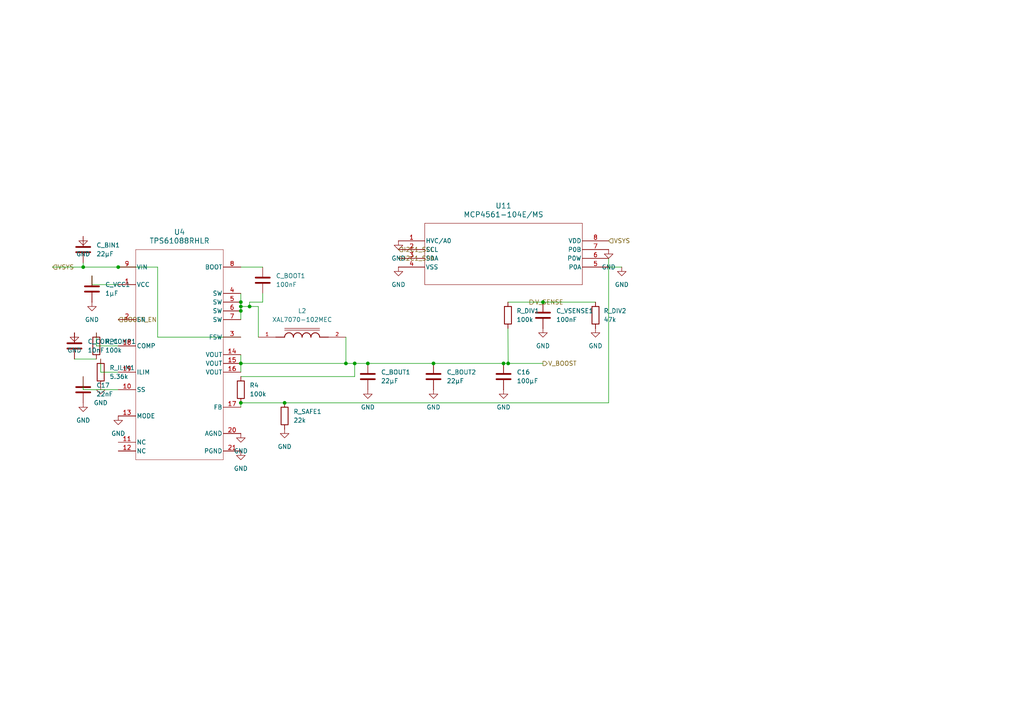
<source format=kicad_sch>
(kicad_sch (version 20250114) (generator "eeschema") (generator_version "9.0")
  (paper "A4")
  (lib_symbols
    (symbol "Device:C" (pin_numbers (hide yes)) (pin_names (offset 0.254))
      (property "Reference" "C" (at 0.635 2.54 0))
      (property "Value" "C" (at 0.635 -2.54 0))
      (symbol "C_0_1"
        (polyline (pts (xy -2.032 0.762) (xy 2.032 0.762)) (stroke (width 0.508)))
        (polyline (pts (xy -2.032 -0.762) (xy 2.032 -0.762)) (stroke (width 0.508)))
      )
      (symbol "C_1_1"
        (pin passive line (at 0 3.81 270) (length 2.794) (name "~") (number "1"))
        (pin passive line (at 0 -3.81 90) (length 2.794) (name "~") (number "2"))
      )
    )
    (symbol "Device:R" (pin_numbers (hide yes)) (pin_names (offset 0))
      (property "Reference" "R" (at 2.032 0 90))
      (property "Value" "R" (at 0 0 90))
      (symbol "R_0_1"
        (rectangle (start -1.016 -2.54) (end 1.016 2.54) (stroke (width 0.254)))
      )
      (symbol "R_1_1"
        (pin passive line (at 0 3.81 270) (length 1.27) (name "~") (number "1"))
        (pin passive line (at 0 -3.81 90) (length 1.27) (name "~") (number "2"))
      )
    )
    (symbol "MCP4561:MCP4561-104E_MS" (pin_names (offset 0.254))
      (property "Reference" "U" (at 30.48 10.16 0))
      (property "Value" "MCP4561-104E/MS" (at 30.48 7.62 0))
      (symbol "MCP4561-104E_MS_0_1"
        (polyline (pts (xy 7.62 5.08) (xy 7.62 -12.7)) (stroke (width 0.127)))
        (polyline (pts (xy 7.62 -12.7) (xy 53.34 -12.7)) (stroke (width 0.127)))
        (polyline (pts (xy 53.34 5.08) (xy 7.62 5.08)) (stroke (width 0.127)))
        (polyline (pts (xy 53.34 -12.7) (xy 53.34 5.08)) (stroke (width 0.127)))
        (pin input line (at 0 0 0) (length 7.62) (name "HVC/A0") (number "1"))
        (pin input line (at 0 -2.54 0) (length 7.62) (name "SCL") (number "2"))
        (pin bidirectional line (at 0 -5.08 0) (length 7.62) (name "SDA") (number "3"))
        (pin power_in line (at 0 -7.62 0) (length 7.62) (name "VSS") (number "4"))
        (pin power_in line (at 60.96 0 180) (length 7.62) (name "VDD") (number "8"))
        (pin unspecified line (at 60.96 -2.54 180) (length 7.62) (name "P0B") (number "7"))
        (pin unspecified line (at 60.96 -5.08 180) (length 7.62) (name "P0W") (number "6"))
        (pin unspecified line (at 60.96 -7.62 180) (length 7.62) (name "P0A") (number "5"))
      )
    )
    (symbol "TPS61088RHLR:TPS61088RHLR" (pin_names (offset 0.254))
      (property "Reference" "U" (at 0 2.54 0))
      (property "Value" "TPS61088RHLR" (at 0 0 0))
      (symbol "TPS61088RHLR_0_1"
        (polyline (pts (xy -12.7 30.48) (xy -12.7 -30.48)) (stroke (width 0.1016)))
        (polyline (pts (xy -12.7 -30.48) (xy 12.7 -30.48)) (stroke (width 0.1016)))
        (polyline (pts (xy 12.7 30.48) (xy -12.7 30.48)) (stroke (width 0.1016)))
        (polyline (pts (xy 12.7 -30.48) (xy 12.7 30.48)) (stroke (width 0.1016)))
        (pin power_in line (at -17.78 25.4 0) (length 5.08) (name "VIN") (number "9"))
        (pin power_in line (at -17.78 20.32 0) (length 5.08) (name "VCC") (number "1"))
        (pin input line (at -17.78 10.16 0) (length 5.08) (name "EN") (number "2"))
        (pin output line (at -17.78 2.54 0) (length 5.08) (name "COMP") (number "18"))
        (pin input line (at -17.78 -5.08 0) (length 5.08) (name "ILIM") (number "19"))
        (pin input line (at -17.78 -10.16 0) (length 5.08) (name "SS") (number "10"))
        (pin input line (at -17.78 -17.78 0) (length 5.08) (name "MODE") (number "13"))
        (pin unspecified line (at -17.78 -25.4 0) (length 5.08) (name "NC") (number "11"))
        (pin unspecified line (at -17.78 -27.94 0) (length 5.08) (name "NC") (number "12"))
        (pin power_in line (at 17.78 25.4 180) (length 5.08) (name "BOOT") (number "8"))
        (pin power_in line (at 17.78 17.78 180) (length 5.08) (name "SW") (number "4"))
        (pin power_in line (at 17.78 15.24 180) (length 5.08) (name "SW") (number "5"))
        (pin power_in line (at 17.78 12.7 180) (length 5.08) (name "SW") (number "6"))
        (pin power_in line (at 17.78 10.16 180) (length 5.08) (name "SW") (number "7"))
        (pin input line (at 17.78 5.08 180) (length 5.08) (name "FSW") (number "3"))
        (pin power_in line (at 17.78 0 180) (length 5.08) (name "VOUT") (number "14"))
        (pin power_in line (at 17.78 -2.54 180) (length 5.08) (name "VOUT") (number "15"))
        (pin power_in line (at 17.78 -5.08 180) (length 5.08) (name "VOUT") (number "16"))
        (pin input line (at 17.78 -15.24 180) (length 5.08) (name "FB") (number "17"))
        (pin power_in line (at 17.78 -22.86 180) (length 5.08) (name "AGND") (number "20"))
        (pin power_in line (at 17.78 -27.94 180) (length 5.08) (name "PGND") (number "21"))
      )
    )
    (symbol "XAL7070-102MEC:XAL7070-102MEC" (pin_names (offset 1.016))
      (property "Reference" "L" (at -5.08 5.08 0))
      (property "Value" "XAL7070-102MEC" (at -5.08 -5.08 0))
      (symbol "XAL7070-102MEC_0_0"
        (polyline (pts (xy -5.08 2.54) (xy 5.08 2.54)) (stroke (width 0.1524)))
        (polyline (pts (xy -5.08 2.032) (xy 5.08 2.032)) (stroke (width 0.1524)))
        (polyline (pts (xy -5.08 0) (xy -7.62 0)) (stroke (width 0.254)))
        (arc (start -5.08 0) (mid -3.81 1.2645) (end -2.54 0) (stroke (width 0.254)))
        (arc (start -2.54 0) (mid -1.27 1.2645) (end 0 0) (stroke (width 0.254)))
        (arc (start 0 0) (mid 1.27 1.2645) (end 2.54 0) (stroke (width 0.254)))
        (arc (start 2.54 0) (mid 3.81 1.2645) (end 5.08 0) (stroke (width 0.254)))
        (polyline (pts (xy 5.08 0) (xy 7.62 0)) (stroke (width 0.254)))
        (pin passive line (at -12.7 0 0) (length 5.08) (name "~") (number "1"))
        (pin passive line (at 12.7 0 180) (length 5.08) (name "~") (number "2"))
      )
    )
    (symbol "power:GND" (power) (pin_numbers (hide yes)) (pin_names (offset 0) (hide yes))
      (property "Value" "GND" (at 0 -3.81 0))
      (symbol "GND_0_1"
        (polyline (pts (xy 0 0) (xy 0 -1.27) (xy 1.27 -1.27) (xy 0 -2.54) (xy -1.27 -1.27) (xy 0 -1.27)))
      )
      (symbol "GND_1_1"
        (pin power_in line (at 0 0 270) (length 0) (name "~") (number "1"))
      )
    )
  )
  (junction (at 125.73 105.41))
  (junction (at 24.13 77.47))
  (junction (at 69.85 87.63))
  (junction (at 146.05 105.41))
  (junction (at 69.85 88.9))
  (junction (at 34.29 77.47))
  (junction (at 69.85 105.41))
  (junction (at 106.68 105.41))
  (junction (at 69.85 90.17))
  (junction (at 157.48 87.63))
  (junction (at 102.87 105.41))
  (junction (at 147.3893 105.41))
  (junction (at 82.55 116.84))
  (junction (at 69.85 116.84))
  (junction (at 100.33 105.41))
  (junction (at 72.39 88.9))
  (wire (pts (xy 34.29 77.47) (xy 45.72 77.47)))
  (wire (pts (xy 27.94 100.33) (xy 27.94 96.52)))
  (wire (pts (xy 34.29 100.33) (xy 27.94 100.33)))
  (wire (pts (xy 26.67 82.55) (xy 26.67 80.01)))
  (wire (pts (xy 45.72 97.79) (xy 45.72 77.47)))
  (wire (pts (xy 34.29 107.95) (xy 29.21 107.95)))
  (wire (pts (xy 34.29 82.55) (xy 26.67 82.55)))
  (wire (pts (xy 21.59 104.14) (xy 27.94 104.14)))
  (wire (pts (xy 74.93 88.9) (xy 74.93 97.79)))
  (wire (pts (xy 147.32 87.63) (xy 157.48 87.63)))
  (wire (pts (xy 102.87 109.22) (xy 102.87 105.41)))
  (wire (pts (xy 69.85 88.9) (xy 72.39 88.9)))
  (wire (pts (xy 147.3893 105.41) (xy 157.48 105.41)))
  (wire (pts (xy 82.55 116.84) (xy 176.53 116.84)))
  (wire (pts (xy 125.73 105.41) (xy 146.05 105.41)))
  (wire (pts (xy 72.39 88.9) (xy 74.93 88.9)))
  (wire (pts (xy 24.13 76.2) (xy 24.13 77.47)))
  (wire (pts (xy 34.29 113.03) (xy 24.13 113.03)))
  (wire (pts (xy 69.85 102.87) (xy 69.85 105.41)))
  (wire (pts (xy 69.85 77.47) (xy 76.2 77.47)))
  (wire (pts (xy 69.85 97.79) (xy 45.72 97.79)))
  (wire (pts (xy 69.85 109.22) (xy 102.87 109.22)))
  (wire (pts (xy 106.68 105.41) (xy 125.73 105.41)))
  (wire (pts (xy 69.85 105.41) (xy 69.85 107.95)))
  (wire (pts (xy 176.53 77.47) (xy 180.34 77.47)))
  (wire (pts (xy 15.24 77.47) (xy 24.13 77.47)))
  (wire (pts (xy 69.85 88.9) (xy 69.85 90.17)))
  (wire (pts (xy 146.05 105.41) (xy 147.3893 105.41)))
  (wire (pts (xy 69.85 87.63) (xy 69.85 88.9)))
  (wire (pts (xy 147.3893 105.41) (xy 147.32 95.25)))
  (wire (pts (xy 69.85 116.84) (xy 69.85 118.11)))
  (wire (pts (xy 102.87 105.41) (xy 106.68 105.41)))
  (wire (pts (xy 76.2 87.63) (xy 72.39 87.63)))
  (wire (pts (xy 82.55 116.84) (xy 69.85 116.84)))
  (wire (pts (xy 29.21 107.95) (xy 29.21 104.14)))
  (wire (pts (xy 69.85 85.09) (xy 69.85 87.63)))
  (wire (pts (xy 157.48 87.63) (xy 172.72 87.63)))
  (wire (pts (xy 100.33 105.41) (xy 100.33 97.79)))
  (wire (pts (xy 24.13 113.03) (xy 24.13 109.22)))
  (wire (pts (xy 100.33 105.41) (xy 102.87 105.41)))
  (wire (pts (xy 72.39 87.63) (xy 72.39 88.9)))
  (wire (pts (xy 24.13 77.47) (xy 34.29 77.47)))
  (wire (pts (xy 69.85 90.17) (xy 69.85 92.71)))
  (wire (pts (xy 76.2 85.09) (xy 76.2 87.63)))
  (wire (pts (xy 69.85 105.41) (xy 100.33 105.41)))
  (wire (pts (xy 176.53 74.93) (xy 176.53 116.84)))
  (hierarchical_label "V_BOOST" (shape output) (at 157.48 105.41 0))
  (hierarchical_label "I2C1_SDA" (shape bidirectional) (at 115.57 74.93 0))
  (hierarchical_label "I2C1_SCL" (shape input) (at 115.57 72.39 0))
  (hierarchical_label "VSYS" (shape input) (at 15.24 77.47 0))
  (hierarchical_label "BOOST_EN" (shape input) (at 34.29 92.71 0))
  (hierarchical_label "V_SENSE" (shape output) (at 153.67 87.63 0))
  (hierarchical_label "VSYS" (shape input) (at 176.53 69.85 0))
  (symbol (lib_id "Device:C") (at 106.68 109.22 0) (unit 1)
    (property "Reference" "C_BOUT1" (at 110.49 107.9499 0) (effects (justify left)))
    (property "Value" "22µF" (at 110.49 110.4899 0) (effects (justify left)))
    (property "Footprint" "Capacitor_SMD:C_0805_2012Metric" (effects (hide yes)))
    (property "Description" "Unpolarized capacitor" (effects (hide yes)))
  )
  (symbol (lib_id "Device:R") (at 27.94 100.33 0) (unit 1)
    (property "Reference" "R_COMP1" (at 30.48 99.0599 0) (effects (justify left)))
    (property "Value" "100k" (at 30.48 101.5999 0) (effects (justify left)))
    (property "Footprint" "Resistor_SMD:R_0402_1005Metric" (effects (hide yes)))
    (property "Description" "Resistor" (effects (hide yes)))
  )
  (symbol (lib_id "power:GND") (at 172.72 95.25 0) (unit 1)
    (property "Reference" "#PWR075" (effects (hide yes)))
    (property "Value" "GND" (at 172.72 100.33 0))
    (property "Description" "Power symbol creates a global label with name \"GND\" , ground" (effects (hide yes)))
  )
  (symbol (lib_id "power:GND") (at 125.73 113.03 0) (unit 1)
    (property "Reference" "#PWR023" (effects (hide yes)))
    (property "Value" "GND" (at 125.73 118.11 0))
    (property "Description" "Power symbol creates a global label with name \"GND\" , ground" (effects (hide yes)))
  )
  (symbol (lib_id "power:GND") (at 180.34 77.47 0) (unit 1)
    (property "Reference" "#PWR031" (effects (hide yes)))
    (property "Value" "GND" (at 180.34 82.55 0))
    (property "Description" "Power symbol creates a global label with name \"GND\" , ground" (effects (hide yes)))
  )
  (symbol (lib_id "power:GND") (at 146.05 113.03 0) (unit 1)
    (property "Reference" "#PWR024" (effects (hide yes)))
    (property "Value" "GND" (at 146.05 118.11 0))
    (property "Description" "Power symbol creates a global label with name \"GND\" , ground" (effects (hide yes)))
  )
  (symbol (lib_id "Device:R") (at 82.55 120.65 0) (unit 1)
    (property "Reference" "R_SAFE1" (at 85.09 119.3799 0) (effects (justify left)))
    (property "Value" "22k" (at 85.09 121.9199 0) (effects (justify left)))
    (property "Footprint" "Resistor_SMD:R_0402_1005Metric" (effects (hide yes)))
    (property "Description" "Resistor" (effects (hide yes)))
  )
  (symbol (lib_id "power:GND") (at 26.67 87.63 0) (unit 1)
    (property "Reference" "#PWR025" (effects (hide yes)))
    (property "Value" "GND" (at 26.67 92.71 0))
    (property "Description" "Power symbol creates a global label with name \"GND\" , ground" (effects (hide yes)))
  )
  (symbol (lib_id "Device:C") (at 146.05 109.22 0) (unit 1)
    (property "Reference" "C16" (at 149.86 107.9499 0) (effects (justify left)))
    (property "Value" "100µF" (at 149.86 110.4899 0) (effects (justify left)))
    (property "Footprint" "Capacitor_SMD:C_1206_3216Metric" (effects (hide yes)))
    (property "Description" "Unpolarized capacitor" (effects (hide yes)))
  )
  (symbol (lib_id "Device:C") (at 157.48 91.44 0) (unit 1)
    (property "Reference" "C_VSENSE1" (at 161.29 90.1699 0) (effects (justify left)))
    (property "Value" "100nF" (at 161.29 92.7099 0) (effects (justify left)))
    (property "Footprint" "Capacitor_SMD:C_0402_1005Metric" (effects (hide yes)))
    (property "Description" "Unpolarized capacitor" (effects (hide yes)))
  )
  (symbol (lib_id "Device:C") (at 21.59 100.33 0) (unit 1)
    (property "Reference" "C_COMP1" (at 25.4 99.0599 0) (effects (justify left)))
    (property "Value" "10nF" (at 25.4 101.5999 0) (effects (justify left)))
    (property "Footprint" "Capacitor_SMD:C_0402_1005Metric" (effects (hide yes)))
    (property "Description" "Unpolarized capacitor" (effects (hide yes)))
  )
  (symbol (lib_id "power:GND") (at 69.85 125.73 0) (unit 1)
    (property "Reference" "#PWR027" (effects (hide yes)))
    (property "Value" "GND" (at 69.85 130.81 0))
    (property "Description" "Power symbol creates a global label with name \"GND\" , ground" (effects (hide yes)))
  )
  (symbol (lib_id "XAL7070-102MEC:XAL7070-102MEC") (at 87.63 97.79 0) (unit 1)
    (property "Reference" "L2" (at 87.63 90.17 0))
    (property "Value" "XAL7070-102MEC" (at 87.63 92.71 0))
    (property "Footprint" "XAL7070-102MEC:IND_XAL7070-102MEC" (effects (hide yes)))
    (property "MF" "Coilcraft" (effects (hide yes)))
    (property "Description_1" "1 µH Shielded Molded Inductor 25 A 2.81mOhm Max Nonstandard" (effects (hide yes)))
    (property "Package" "None" (effects (hide yes)))
    (property "Price" "None" (effects (hide yes)))
    (property "Check_prices" "https://www.snapeda.com/parts/XAL7070-102MEC/Coilcraft/view-part/?ref=eda" (effects (hide yes)))
    (property "STANDARD" "Manufacturer Recommendation" (effects (hide yes)))
    (property "PARTREV" "11/02/18" (effects (hide yes)))
    (property "SnapEDA_Link" "https://www.snapeda.com/parts/XAL7070-102MEC/Coilcraft/view-part/?ref=snap" (effects (hide yes)))
    (property "MP" "XAL7070-102MEC" (effects (hide yes)))
    (property "Purchase-URL" "https://www.snapeda.com/api/url_track_click_mouser/?unipart_id=1500086&manufacturer=Coilcraft&part_name=XAL7070-102MEC&search_term=None" (effects (hide yes)))
    (property "Availability" "In Stock" (effects (hide yes)))
    (property "MANUFACTURER" "CoilCraft" (effects (hide yes)))
  )
  (symbol (lib_id "power:GND") (at 69.85 130.81 0) (unit 1)
    (property "Reference" "#PWR028" (effects (hide yes)))
    (property "Value" "GND" (at 69.85 135.89 0))
    (property "Description" "Power symbol creates a global label with name \"GND\" , ground" (effects (hide yes)))
  )
  (symbol (lib_id "MCP4561:MCP4561-104E_MS") (at 115.57 69.85 0) (unit 1)
    (property "Reference" "U11" (at 146.05 59.69 0) (effects (font (size 1.524 1.524))))
    (property "Value" "MCP4561-104E/MS" (at 146.05 62.23 0) (effects (font (size 1.524 1.524))))
    (property "Footprint" "Package_SO:SOIC-8_3.9x4.9mm_P1.27mm" (effects (hide yes)))
    (property "Datasheet" "MCP4561-104E/MS" (effects (hide yes)))
  )
  (symbol (lib_id "power:GND") (at 34.29 120.65 0) (unit 1)
    (property "Reference" "#PWR019" (effects (hide yes)))
    (property "Value" "GND" (at 34.29 125.73 0))
    (property "Description" "Power symbol creates a global label with name \"GND\" , ground" (effects (hide yes)))
  )
  (symbol (lib_id "power:GND") (at 24.13 68.58 0) (unit 1)
    (property "Reference" "#PWR018" (effects (hide yes)))
    (property "Value" "GND" (at 24.13 73.66 0))
    (property "Description" "Power symbol creates a global label with name \"GND\" , ground" (effects (hide yes)))
  )
  (symbol (lib_id "power:GND") (at 157.48 95.25 0) (unit 1)
    (property "Reference" "#PWR076" (effects (hide yes)))
    (property "Value" "GND" (at 157.48 100.33 0))
    (property "Description" "Power symbol creates a global label with name \"GND\" , ground" (effects (hide yes)))
  )
  (symbol (lib_id "TPS61088RHLR:TPS61088RHLR") (at 52.07 102.87 0) (unit 1)
    (property "Reference" "U4" (at 52.07 67.31 0) (effects (font (size 1.524 1.524))))
    (property "Value" "TPS61088RHLR" (at 52.07 69.85 0) (effects (font (size 1.524 1.524))))
    (property "Footprint" "Package_DFN_QFN:QFN-20-1EP_4x4mm_P0.5mm_EP2.7x2.7mm_ThermalVias" (effects (hide yes)))
    (property "Datasheet" "https://www.ti.com/lit/gpn/tps61088" (effects (hide yes)))
  )
  (symbol (lib_id "power:GND") (at 82.55 124.46 0) (unit 1)
    (property "Reference" "#PWR030" (effects (hide yes)))
    (property "Value" "GND" (at 82.55 129.54 0))
    (property "Description" "Power symbol creates a global label with name \"GND\" , ground" (effects (hide yes)))
  )
  (symbol (lib_id "power:GND") (at 115.57 77.47 0) (unit 1)
    (property "Reference" "#PWR033" (effects (hide yes)))
    (property "Value" "GND" (at 115.57 82.55 0))
    (property "Description" "Power symbol creates a global label with name \"GND\" , ground" (effects (hide yes)))
  )
  (symbol (lib_id "power:GND") (at 24.13 116.84 0) (unit 1)
    (property "Reference" "#PWR020" (effects (hide yes)))
    (property "Value" "GND" (at 24.13 121.92 0))
    (property "Description" "Power symbol creates a global label with name \"GND\" , ground" (effects (hide yes)))
  )
  (symbol (lib_id "power:GND") (at 21.59 96.52 0) (unit 1)
    (property "Reference" "#PWR021" (effects (hide yes)))
    (property "Value" "GND" (at 21.59 101.6 0))
    (property "Description" "Power symbol creates a global label with name \"GND\" , ground" (effects (hide yes)))
  )
  (symbol (lib_id "Device:R") (at 29.21 107.95 0) (unit 1)
    (property "Reference" "R_ILIM1" (at 31.75 106.6799 0) (effects (justify left)))
    (property "Value" "5.36k" (at 31.75 109.2199 0) (effects (justify left)))
    (property "Footprint" "Resistor_SMD:R_0402_1005Metric" (effects (hide yes)))
    (property "Description" "Resistor" (effects (hide yes)))
  )
  (symbol (lib_id "Device:C") (at 125.73 109.22 0) (unit 1)
    (property "Reference" "C_BOUT2" (at 129.54 107.9499 0) (effects (justify left)))
    (property "Value" "22µF" (at 129.54 110.4899 0) (effects (justify left)))
    (property "Footprint" "Capacitor_SMD:C_0805_2012Metric" (effects (hide yes)))
    (property "Description" "Unpolarized capacitor" (effects (hide yes)))
  )
  (symbol (lib_id "Device:C") (at 26.67 83.82 0) (unit 1)
    (property "Reference" "C_VCC1" (at 30.48 82.5499 0) (effects (justify left)))
    (property "Value" "1µF" (at 30.48 85.0899 0) (effects (justify left)))
    (property "Footprint" "Capacitor_SMD:C_0402_1005Metric" (effects (hide yes)))
    (property "Description" "Unpolarized capacitor" (effects (hide yes)))
  )
  (symbol (lib_id "Device:C") (at 24.13 113.03 0) (unit 1)
    (property "Reference" "C17" (at 27.94 111.7599 0) (effects (justify left)))
    (property "Value" "22nF" (at 27.94 114.2999 0) (effects (justify left)))
    (property "Footprint" "Capacitor_SMD:C_0402_1005Metric" (effects (hide yes)))
    (property "Description" "Unpolarized capacitor" (effects (hide yes)))
  )
  (symbol (lib_id "Device:R") (at 69.85 113.03 0) (unit 1)
    (property "Reference" "R4" (at 72.39 111.7599 0) (effects (justify left)))
    (property "Value" "100k" (at 72.39 114.2999 0) (effects (justify left)))
    (property "Footprint" "Resistor_SMD:R_0402_1005Metric" (effects (hide yes)))
    (property "Description" "Resistor" (effects (hide yes)))
  )
  (symbol (lib_id "power:GND") (at 29.21 111.76 0) (unit 1)
    (property "Reference" "#PWR026" (effects (hide yes)))
    (property "Value" "GND" (at 29.21 116.84 0))
    (property "Description" "Power symbol creates a global label with name \"GND\" , ground" (effects (hide yes)))
  )
  (symbol (lib_id "power:GND") (at 106.68 113.03 0) (unit 1)
    (property "Reference" "#PWR022" (effects (hide yes)))
    (property "Value" "GND" (at 106.68 118.11 0))
    (property "Description" "Power symbol creates a global label with name \"GND\" , ground" (effects (hide yes)))
  )
  (symbol (lib_id "power:GND") (at 115.57 69.85 0) (unit 1)
    (property "Reference" "#PWR029" (effects (hide yes)))
    (property "Value" "GND" (at 115.57 74.93 0))
    (property "Description" "Power symbol creates a global label with name \"GND\" , ground" (effects (hide yes)))
  )
  (symbol (lib_id "Device:C") (at 24.13 72.39 0) (unit 1)
    (property "Reference" "C_BIN1" (at 27.94 71.1199 0) (effects (justify left)))
    (property "Value" "22µF" (at 27.94 73.6599 0) (effects (justify left)))
    (property "Footprint" "Capacitor_SMD:C_0805_2012Metric" (effects (hide yes)))
    (property "Description" "Unpolarized capacitor" (effects (hide yes)))
  )
  (symbol (lib_id "power:GND") (at 176.53 72.39 0) (unit 1)
    (property "Reference" "#PWR032" (effects (hide yes)))
    (property "Value" "GND" (at 176.53 77.47 0))
    (property "Description" "Power symbol creates a global label with name \"GND\" , ground" (effects (hide yes)))
  )
  (symbol (lib_id "Device:R") (at 172.72 91.44 0) (unit 1)
    (property "Reference" "R_DIV2" (at 175.0747 90.1699 0) (effects (justify left)))
    (property "Value" "47k" (at 175.0747 92.7099 0) (effects (justify left)))
    (property "Footprint" "Resistor_SMD:R_0402_1005Metric" (effects (hide yes)))
    (property "Description" "Resistor" (effects (hide yes)))
  )
  (symbol (lib_id "Device:C") (at 76.2 81.28 0) (unit 1)
    (property "Reference" "C_BOOT1" (at 80.01 80.0099 0) (effects (justify left)))
    (property "Value" "100nF" (at 80.01 82.5499 0) (effects (justify left)))
    (property "Footprint" "Capacitor_SMD:C_0402_1005Metric" (effects (hide yes)))
    (property "Description" "Unpolarized capacitor" (effects (hide yes)))
  )
  (symbol (lib_id "Device:R") (at 147.32 91.44 0) (unit 1)
    (property "Reference" "R_DIV1" (at 149.7907 90.1699 0) (effects (justify left)))
    (property "Value" "100k" (at 149.7907 92.7099 0) (effects (justify left)))
    (property "Footprint" "Resistor_SMD:R_0402_1005Metric" (effects (hide yes)))
    (property "Description" "Resistor" (effects (hide yes)))
  )
)
</source>
